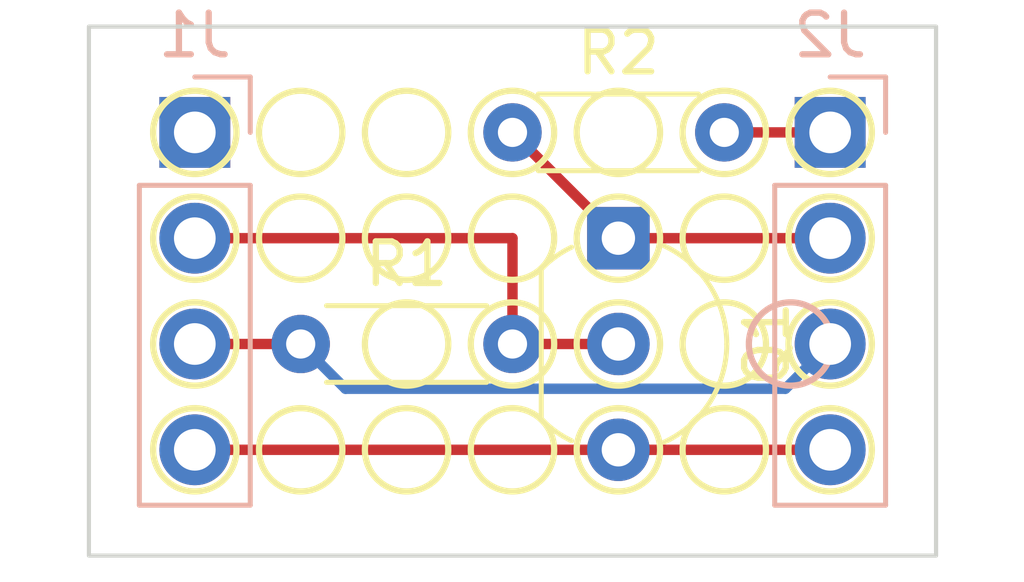
<source format=kicad_pcb>
(kicad_pcb (version 20211014) (generator pcbnew)
  (layers (0 "F.Cu" signal) (31 "B.Cu" signal) (34 "B.Paste" user) (35 "F.Paste" user) (36 "B.SilkS" user "B.Silkscreen") (37 "F.SilkS" user "F.Silkscreen") (38 "B.Mask" user) (39 "F.Mask" user) (44 "Edge.Cuts" user))
  (net 0 "")
  (net 2 "/RX")
  (net 3 "+5V")
  (net 4 "GND")
  (net 5 "+3V3")
  (net 6 "/TX")
  (footprint "Resistor_THT:R_Axial_DIN0204_L3.6mm_D1.6mm_P5.08mm_Horizontal" (layer "F.Cu") (at 134.62 78.74)
    (fp_text reference "R2" (at 2.54 -1.92) (layer "F.SilkS"))
    (fp_text value "10K")
    (fp_line (start 0.62 -0.92) (end 4.46 -0.92) (layer "F.SilkS") (width 0.12))
    (fp_line (start 0.62 0.92) (end 4.46 0.92) (layer "F.SilkS") (width 0.12))
    (pad "1" thru_hole circle (at 0 0) (size 1.4 1.4) (drill 0.7) (layers *.Cu *.Mask) (net 6 "/TX"))
    (pad "2" thru_hole oval (at 5.08 0) (size 1.4 1.4) (drill 0.7) (layers *.Cu *.Mask) (net 5 "+3V3"))
  )
  (footprint "Resistor_THT:R_Axial_DIN0204_L3.6mm_D1.6mm_P5.08mm_Horizontal" (layer "F.Cu") (at 129.54 83.82)
    (fp_text reference "R1" (at 2.54 -1.92) (layer "F.SilkS"))
    (fp_text value "4k7")
    (fp_line (start 0.62 0.92) (end 4.46 0.92) (layer "F.SilkS") (width 0.12))
    (fp_line (start 0.62 -0.92) (end 4.46 -0.92) (layer "F.SilkS") (width 0.12))
    (pad "1" thru_hole circle (at 0 0) (size 1.4 1.4) (drill 0.7) (layers *.Cu *.Mask) (net 3 "+5V"))
    (pad "2" thru_hole oval (at 5.08 0) (size 1.4 1.4) (drill 0.7) (layers *.Cu *.Mask) (net 2 "/RX"))
  )
  (footprint "Package_TO_SOT_THT:TO-92_Inline_Wide" (layer "F.Cu") (at 137.16 81.28 -90)
    (fp_text reference "Q1" (at 2.54 -3.56 -90) (layer "F.SilkS"))
    (fp_text value "BC337")
    (fp_line (start 0.74 1.85) (end 4.34 1.85) (layer "F.SilkS") (width 0.12))
    (fp_arc (start 0.74 1.85) (mid 0.446097 1.509328) (end 0.215816 1.122795) (layer "F.SilkS") (width 0.12))
    (fp_arc (start 4.864184 1.122795) (mid 4.633903 1.509328) (end 4.34 1.85) (layer "F.SilkS") (width 0.12))
    (fp_arc (start 0.1836 -1.098807) (mid 1.143021 -2.192817) (end 2.54 -2.6) (layer "F.SilkS") (width 0.12))
    (fp_arc (start 2.54 -2.6) (mid 3.936979 -2.192818) (end 4.8964 -1.098807) (layer "F.SilkS") (width 0.12))
    (pad "1" thru_hole rect (at 0 0 270) (size 1.5 1.5) (drill 0.8) (layers *.Cu *.Mask) (net 6 "/TX"))
    (pad "2" thru_hole circle (at 2.54 0 270) (size 1.5 1.5) (drill 0.8) (layers *.Cu *.Mask) (net 2 "/RX"))
    (pad "3" thru_hole circle (at 5.08 0 270) (size 1.5 1.5) (drill 0.8) (layers *.Cu *.Mask) (net 4 "GND"))
  )
  (footprint "Connector_PinHeader_2.54mm:PinHeader_1x04_P2.54mm_Vertical" (layer "B.Cu") (at 127 78.74 180)
    (fp_text reference "J1" (at 0 2.33) (layer "B.SilkS") (effects (justify mirror)))
    (fp_text value "Conn_01x04")
    (fp_line (start -1.33 -1.27) (end -1.33 -8.95) (layer "B.SilkS") (width 0.12))
    (fp_line (start -1.33 0) (end -1.33 1.33) (layer "B.SilkS") (width 0.12))
    (fp_line (start -1.33 1.33) (end 0 1.33) (layer "B.SilkS") (width 0.12))
    (fp_line (start -1.33 -8.95) (end 1.33 -8.95) (layer "B.SilkS") (width 0.12))
    (fp_line (start 1.33 -1.27) (end 1.33 -8.95) (layer "B.SilkS") (width 0.12))
    (fp_line (start -1.33 -1.27) (end 1.33 -1.27) (layer "B.SilkS") (width 0.12))
    (pad "1" thru_hole rect (at 0 0 180) (size 1.7 1.7) (drill 1) (layers *.Cu *.Mask))
    (pad "2" thru_hole oval (at 0 -2.54 180) (size 1.7 1.7) (drill 1) (layers *.Cu *.Mask) (net 2 "/RX"))
    (pad "3" thru_hole oval (at 0 -5.08 180) (size 1.7 1.7) (drill 1) (layers *.Cu *.Mask) (net 3 "+5V"))
    (pad "4" thru_hole oval (at 0 -7.62 180) (size 1.7 1.7) (drill 1) (layers *.Cu *.Mask) (net 4 "GND"))
  )
  (footprint "Connector_PinHeader_2.54mm:PinHeader_1x04_P2.54mm_Vertical" (layer "B.Cu") (at 142.24 78.74 180)
    (fp_text reference "J2" (at 0 2.33) (layer "B.SilkS") (effects (justify mirror)))
    (fp_text value "Conn_01x04")
    (fp_line (start -1.33 -1.27) (end 1.33 -1.27) (layer "B.SilkS") (width 0.12))
    (fp_line (start -1.33 -8.95) (end 1.33 -8.95) (layer "B.SilkS") (width 0.12))
    (fp_line (start -1.33 -1.27) (end -1.33 -8.95) (layer "B.SilkS") (width 0.12))
    (fp_line (start 1.33 -1.27) (end 1.33 -8.95) (layer "B.SilkS") (width 0.12))
    (fp_line (start -1.33 0) (end -1.33 1.33) (layer "B.SilkS") (width 0.12))
    (fp_line (start -1.33 1.33) (end 0 1.33) (layer "B.SilkS") (width 0.12))
    (pad "1" thru_hole rect (at 0 0 180) (size 1.7 1.7) (drill 1) (layers *.Cu *.Mask) (net 5 "+3V3"))
    (pad "2" thru_hole oval (at 0 -2.54 180) (size 1.7 1.7) (drill 1) (layers *.Cu *.Mask) (net 6 "/TX"))
    (pad "3" thru_hole oval (at 0 -5.08 180) (size 1.7 1.7) (drill 1) (layers *.Cu *.Mask) (net 3 "+5V"))
    (pad "4" thru_hole oval (at 0 -7.62 180) (size 1.7 1.7) (drill 1) (layers *.Cu *.Mask) (net 4 "GND"))
  )
  (gr_circle (center 141.29 83.82) (end 140.29 83.82) (layer "B.SilkS") (width 0.15) (fill none))
  (gr_circle (center 134.62 83.82) (end 135.62 83.82) (layer "F.SilkS") (width 0.15) (fill none))
  (gr_circle (center 134.62 78.74) (end 135.62 78.74) (layer "F.SilkS") (width 0.15) (fill none))
  (gr_circle (center 127 86.36) (end 128 86.36) (layer "F.SilkS") (width 0.15) (fill none))
  (gr_circle (center 132.08 83.82) (end 133.08 83.82) (layer "F.SilkS") (width 0.15) (fill none))
  (gr_circle (center 139.7 83.82) (end 140.7 83.82) (layer "F.SilkS") (width 0.15) (fill none))
  (gr_circle (center 134.62 81.28) (end 135.62 81.28) (layer "F.SilkS") (width 0.15) (fill none))
  (gr_circle (center 142.24 86.36) (end 143.24 86.36) (layer "F.SilkS") (width 0.15) (fill none))
  (gr_circle (center 139.7 86.36) (end 140.7 86.36) (layer "F.SilkS") (width 0.15) (fill none))
  (gr_circle (center 127 81.28) (end 128 81.28) (layer "F.SilkS") (width 0.15) (fill none))
  (gr_circle (center 127 83.82) (end 128 83.82) (layer "F.SilkS") (width 0.15) (fill none))
  (gr_circle (center 129.54 81.28) (end 130.54 81.28) (layer "F.SilkS") (width 0.15) (fill none))
  (gr_circle (center 127 78.74) (end 128 78.74) (layer "F.SilkS") (width 0.15) (fill none))
  (gr_circle (center 142.24 78.74) (end 143.24 78.74) (layer "F.SilkS") (width 0.15) (fill none))
  (gr_circle (center 129.54 78.74) (end 130.54 78.74) (layer "F.SilkS") (width 0.15) (fill none))
  (gr_circle (center 134.62 86.36) (end 135.62 86.36) (layer "F.SilkS") (width 0.15) (fill none))
  (gr_circle (center 142.24 83.82) (end 143.24 83.82) (layer "F.SilkS") (width 0.15) (fill none))
  (gr_circle (center 142.24 81.28) (end 143.24 81.28) (layer "F.SilkS") (width 0.15) (fill none))
  (gr_circle (center 139.7 81.28) (end 140.7 81.28) (layer "F.SilkS") (width 0.15) (fill none))
  (gr_circle (center 132.08 81.28) (end 133.08 81.28) (layer "F.SilkS") (width 0.15) (fill none))
  (gr_circle (center 137.16 78.74) (end 138.16 78.74) (layer "F.SilkS") (width 0.15) (fill none))
  (gr_circle (center 132.08 86.36) (end 133.08 86.36) (layer "F.SilkS") (width 0.15) (fill none))
  (gr_circle (center 139.7 78.74) (end 140.7 78.74) (layer "F.SilkS") (width 0.15) (fill none))
  (gr_circle (center 137.16 81.28) (end 138.16 81.28) (layer "F.SilkS") (width 0.15) (fill none))
  (gr_circle (center 137.16 83.82) (end 138.16 83.82) (layer "F.SilkS") (width 0.15) (fill none))
  (gr_circle (center 137.16 86.36) (end 138.16 86.36) (layer "F.SilkS") (width 0.15) (fill none))
  (gr_circle (center 129.54 86.36) (end 130.54 86.36) (layer "F.SilkS") (width 0.15) (fill none))
  (gr_circle (center 132.08 78.74) (end 133.08 78.74) (layer "F.SilkS") (width 0.15) (fill none))
  (gr_poly (pts (xy 144.78 88.9) (xy 124.46 88.9) (xy 124.46 76.2) (xy 144.78 76.2)) (layer "Edge.Cuts") (width 0.1) (fill none))
  (segment (start 134.62 83.82) (end 137.16 83.82) (width 0.25) (layer "F.Cu") (net 2))
  (segment (start 134.62 81.28) (end 134.62 83.82) (width 0.25) (layer "F.Cu") (net 2))
  (segment (start 127 81.28) (end 134.62 81.28) (width 0.25) (layer "F.Cu") (net 2))
  (segment (start 127 83.82) (end 129.54 83.82) (width 0.25) (layer "F.Cu") (net 3))
  (segment (start 141.165489 84.894511) (end 130.614511 84.894511) (width 0.25) (layer "B.Cu") (net 3))
  (segment (start 130.614511 84.894511) (end 129.54 83.82) (width 0.25) (layer "B.Cu") (net 3))
  (segment (start 142.24 83.82) (end 141.165489 84.894511) (width 0.25) (layer "B.Cu") (net 3))
  (segment (start 127 86.36) (end 142.24 86.36) (width 0.25) (layer "F.Cu") (net 4))
  (segment (start 139.7 78.74) (end 142.24 78.74) (width 0.25) (layer "F.Cu") (net 5))
  (segment (start 137.16 81.28) (end 142.24 81.28) (width 0.25) (layer "F.Cu") (net 6))
  (segment (start 134.62 78.74) (end 137.16 81.28) (width 0.25) (layer "F.Cu") (net 6))
)
</source>
